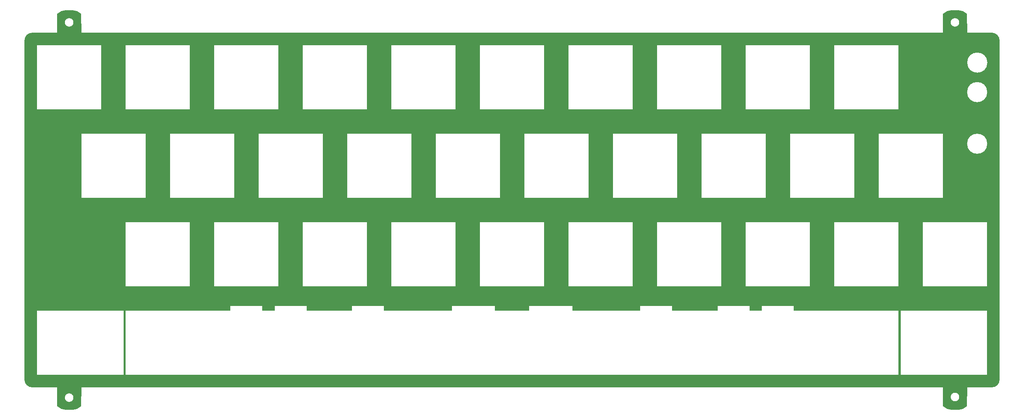
<source format=gbr>
%TF.GenerationSoftware,KiCad,Pcbnew,(6.0.7)*%
%TF.CreationDate,2023-01-01T22:38:36+01:00*%
%TF.ProjectId,Didaktik multilayout switchplate,44696461-6b74-4696-9b20-6d756c74696c,rev?*%
%TF.SameCoordinates,Original*%
%TF.FileFunction,Copper,L2,Bot*%
%TF.FilePolarity,Positive*%
%FSLAX46Y46*%
G04 Gerber Fmt 4.6, Leading zero omitted, Abs format (unit mm)*
G04 Created by KiCad (PCBNEW (6.0.7)) date 2023-01-01 22:38:36*
%MOMM*%
%LPD*%
G01*
G04 APERTURE LIST*
%TA.AperFunction,Profile*%
%ADD10C,0.200000*%
%TD*%
%TA.AperFunction,Profile*%
%ADD11C,0.150000*%
%TD*%
G04 APERTURE END LIST*
D10*
X238790000Y-105440000D02*
X238790000Y-91440000D01*
X125928000Y-105440000D02*
X129252500Y-105440000D01*
X76865000Y-53340000D02*
X62865000Y-53340000D01*
X148590000Y-72390000D02*
X148590000Y-86390000D01*
X110490000Y-72390000D02*
X110490000Y-86390000D01*
X224790000Y-86390000D02*
X238790000Y-86390000D01*
X34290000Y-91440000D02*
X34290000Y-105440000D01*
X129540000Y-105440000D02*
X130515000Y-105440000D01*
X191165000Y-105440000D02*
X196215000Y-105440000D01*
X229235645Y-107944387D02*
X43815000Y-107944387D01*
X229249132Y-112019616D02*
G75*
G03*
X231140645Y-112803103I1891468J1891416D01*
G01*
X41910645Y-112803103D02*
X40640645Y-112803103D01*
X110490000Y-91440000D02*
X109052000Y-91440000D01*
X92415000Y-90440000D02*
X85415000Y-90440000D01*
X200690000Y-48290000D02*
X200690000Y-34290000D01*
X238790000Y-91440000D02*
X234027500Y-91440000D01*
X205740000Y-86390000D02*
X219740000Y-86390000D01*
X196215000Y-67340000D02*
X210215000Y-67340000D01*
X177165000Y-53340000D02*
X177165000Y-67340000D01*
X33337500Y-31750000D02*
X38735000Y-31750000D01*
X72390000Y-105440000D02*
X75890000Y-105440000D01*
X124490000Y-48290000D02*
X124490000Y-34290000D01*
X172115000Y-105440000D02*
X177165000Y-105440000D01*
X129540000Y-72390000D02*
X129540000Y-86390000D01*
X171028000Y-91440000D02*
X171028000Y-90440000D01*
X82890000Y-105440000D02*
X85415000Y-105440000D01*
X190190000Y-91440000D02*
X187665000Y-91440000D01*
X95915000Y-67340000D02*
X95915000Y-53340000D01*
X148590000Y-48290000D02*
X162590000Y-48290000D01*
X181640000Y-34290000D02*
X167640000Y-34290000D01*
X114965000Y-91440000D02*
X110490000Y-91440000D01*
X53052500Y-91440000D02*
X48290000Y-91440000D01*
X172115000Y-91440000D02*
X171028000Y-91440000D01*
X62865000Y-53340000D02*
X62865000Y-67340000D01*
X134015000Y-91440000D02*
X132928000Y-91440000D01*
X186690000Y-86390000D02*
X200690000Y-86390000D01*
X229265000Y-67340000D02*
X229265000Y-53340000D01*
X86390000Y-105440000D02*
X91440000Y-105440000D01*
X43815000Y-53340000D02*
X43815000Y-67340000D01*
X162590000Y-91440000D02*
X158115000Y-91440000D01*
X177165000Y-105440000D02*
X180665000Y-105440000D01*
X124490000Y-34290000D02*
X110490000Y-34290000D01*
X162590000Y-105440000D02*
X164028000Y-105440000D01*
X41910645Y-112803093D02*
G75*
G03*
X43802156Y-112019614I55J2674893D01*
G01*
X187665000Y-90440000D02*
X180665000Y-90440000D01*
X148590000Y-34290000D02*
X148590000Y-48290000D01*
X43800850Y-27674789D02*
G75*
G03*
X41909355Y-26891284I-1891450J-1891311D01*
G01*
X120015000Y-105440000D02*
X123515000Y-105440000D01*
X186690000Y-72390000D02*
X186690000Y-86390000D01*
X91440000Y-34290000D02*
X91440000Y-48290000D01*
X172115000Y-67340000D02*
X172115000Y-53340000D01*
X241300000Y-33337500D02*
G75*
G03*
X239712500Y-31750000I-1587500J0D01*
G01*
X239712500Y-107952798D02*
G75*
G03*
X241300000Y-106362500I-2800J1590298D01*
G01*
X232410645Y-112803122D02*
G75*
G03*
X234302156Y-112019614I55J2674822D01*
G01*
X86390000Y-34290000D02*
X72390000Y-34290000D01*
X114965000Y-105440000D02*
X115252500Y-105440000D01*
X139065000Y-105440000D02*
X140152000Y-105440000D01*
X39052500Y-105440000D02*
X48290000Y-105440000D01*
X181640000Y-48290000D02*
X181640000Y-34290000D01*
X53052500Y-105440000D02*
X53052500Y-91440000D01*
X186690000Y-105440000D02*
X187665000Y-105440000D01*
X219740000Y-86390000D02*
X219740000Y-72390000D01*
X205740000Y-48290000D02*
X219740000Y-48290000D01*
X62865000Y-67340000D02*
X76865000Y-67340000D01*
X53340000Y-48290000D02*
X67340000Y-48290000D01*
X238822361Y-38112584D02*
G75*
G03*
X238822361Y-38112584I-2250000J0D01*
G01*
X164028000Y-105440000D02*
X167640000Y-105440000D01*
X40639355Y-26891284D02*
X41909355Y-26891284D01*
X140152000Y-90440000D02*
X140152000Y-91440000D01*
X38735000Y-107944387D02*
X33337500Y-107950000D01*
X238790000Y-86390000D02*
X238790000Y-72390000D01*
X38747844Y-27674773D02*
X38735000Y-31750000D01*
X67340000Y-105440000D02*
X72390000Y-105440000D01*
X91440000Y-86390000D02*
X105440000Y-86390000D01*
X95915000Y-53340000D02*
X81915000Y-53340000D01*
X34290000Y-48290000D02*
X48290000Y-48290000D01*
X43815000Y-67340000D02*
X57815000Y-67340000D01*
X220027500Y-91440000D02*
X220027500Y-105440000D01*
X177165000Y-91440000D02*
X172115000Y-91440000D01*
X125928000Y-90440000D02*
X123515000Y-90440000D01*
X187665000Y-91440000D02*
X187665000Y-90440000D01*
X43800866Y-27674773D02*
X43814355Y-31750000D01*
X162590000Y-34290000D02*
X148590000Y-34290000D01*
X197190000Y-91440000D02*
X197190000Y-90440000D01*
X53340000Y-91440000D02*
X53340000Y-105440000D01*
X130515000Y-90440000D02*
X125928000Y-90440000D01*
X124490000Y-86390000D02*
X124490000Y-72390000D01*
X109052000Y-91440000D02*
X109052000Y-90440000D01*
X180665000Y-105440000D02*
X181640000Y-105440000D01*
X153065000Y-67340000D02*
X153065000Y-53340000D01*
X43802156Y-112019614D02*
X43815000Y-107944387D01*
X115252500Y-91440000D02*
X114965000Y-91440000D01*
X167640000Y-48290000D02*
X181640000Y-48290000D01*
X210215000Y-91440000D02*
X205740000Y-91440000D01*
X67340000Y-72390000D02*
X53340000Y-72390000D01*
X153065000Y-105440000D02*
X157827500Y-105440000D01*
X120015000Y-91440000D02*
X115252500Y-91440000D01*
X229247844Y-27674773D02*
X229235000Y-31750000D01*
X224790000Y-72390000D02*
X224790000Y-86390000D01*
X219740000Y-105440000D02*
X219740000Y-91440000D01*
X110490000Y-34290000D02*
X110490000Y-48290000D01*
X149565000Y-91440000D02*
X149565000Y-90440000D01*
X95915000Y-91440000D02*
X92415000Y-91440000D01*
X140152000Y-105440000D02*
X142565000Y-105440000D01*
X92415000Y-91440000D02*
X92415000Y-90440000D01*
X186690000Y-34290000D02*
X186690000Y-48290000D01*
X110490000Y-86390000D02*
X124490000Y-86390000D01*
X81915000Y-67340000D02*
X95915000Y-67340000D01*
X102052000Y-105440000D02*
X105440000Y-105440000D01*
X197190000Y-105440000D02*
X200690000Y-105440000D01*
X105440000Y-34290000D02*
X91440000Y-34290000D01*
X234302156Y-112019614D02*
X234315000Y-107944387D01*
X124490000Y-105440000D02*
X125928000Y-105440000D01*
X140152000Y-91440000D02*
X139065000Y-91440000D01*
X180665000Y-91440000D02*
X177165000Y-91440000D01*
X191165000Y-67340000D02*
X191165000Y-53340000D01*
X162590000Y-86390000D02*
X162590000Y-72390000D01*
X53340000Y-34290000D02*
X53340000Y-48290000D01*
X48290000Y-48290000D02*
X48290000Y-34290000D01*
X229265000Y-53340000D02*
X215265000Y-53340000D01*
X167640000Y-34290000D02*
X167640000Y-48290000D01*
X229249134Y-112019614D02*
X229235645Y-107944387D01*
X180665000Y-90440000D02*
X180665000Y-91440000D01*
X39052500Y-91440000D02*
X34290000Y-91440000D01*
X219740000Y-48290000D02*
X219740000Y-34290000D01*
X72390000Y-48290000D02*
X86390000Y-48290000D01*
X167640000Y-72390000D02*
X167640000Y-86390000D01*
X200690000Y-34290000D02*
X186690000Y-34290000D01*
X149565000Y-90440000D02*
X147152000Y-90440000D01*
X62865000Y-105440000D02*
X67340000Y-105440000D01*
X234027500Y-105440000D02*
X238790000Y-105440000D01*
X72390000Y-72390000D02*
X72390000Y-86390000D01*
X197190000Y-90440000D02*
X190190000Y-90440000D01*
X33337500Y-31750000D02*
G75*
G03*
X31750000Y-33337500I0J-1587500D01*
G01*
X72390000Y-34290000D02*
X72390000Y-48290000D01*
X147152000Y-90440000D02*
X142565000Y-90440000D01*
X205740000Y-34290000D02*
X205740000Y-48290000D01*
X53340000Y-72390000D02*
X53340000Y-86390000D01*
X67340000Y-86390000D02*
X67340000Y-72390000D01*
X234315000Y-31750000D02*
X239712500Y-31750000D01*
X100965000Y-53340000D02*
X100965000Y-67340000D01*
X82890000Y-91440000D02*
X82890000Y-90440000D01*
X215265000Y-53340000D02*
X215265000Y-67340000D01*
X114965000Y-53340000D02*
X100965000Y-53340000D01*
X91440000Y-105440000D02*
X92415000Y-105440000D01*
X85415000Y-91440000D02*
X82890000Y-91440000D01*
X238790000Y-72390000D02*
X224790000Y-72390000D01*
X102052000Y-90440000D02*
X102052000Y-91440000D01*
X57815000Y-53340000D02*
X43815000Y-53340000D01*
X238799797Y-44462584D02*
G75*
G03*
X238799797Y-44462584I-2250000J0D01*
G01*
X134015000Y-53340000D02*
X120015000Y-53340000D01*
X85415000Y-90440000D02*
X85415000Y-91440000D01*
X129540000Y-34290000D02*
X129540000Y-48290000D01*
X86390000Y-48290000D02*
X86390000Y-34290000D01*
X190190000Y-105440000D02*
X191165000Y-105440000D01*
X190190000Y-90440000D02*
X190190000Y-91440000D01*
X187665000Y-105440000D02*
X190190000Y-105440000D01*
X149565000Y-105440000D02*
X153065000Y-105440000D01*
X143540000Y-72390000D02*
X129540000Y-72390000D01*
X167640000Y-105440000D02*
X171028000Y-105440000D01*
X205740000Y-91440000D02*
X200690000Y-91440000D01*
X130515000Y-105440000D02*
X132928000Y-105440000D01*
X53340000Y-86390000D02*
X67340000Y-86390000D01*
X167640000Y-86390000D02*
X181640000Y-86390000D01*
X72390000Y-86390000D02*
X86390000Y-86390000D01*
X105440000Y-72390000D02*
X91440000Y-72390000D01*
X210215000Y-105440000D02*
X219740000Y-105440000D01*
X143540000Y-105440000D02*
X143827500Y-105440000D01*
X232775000Y-110103387D02*
G75*
G03*
X232775000Y-110103387I-1000000J0D01*
G01*
X158115000Y-105440000D02*
X162590000Y-105440000D01*
X132928000Y-90440000D02*
X130515000Y-90440000D01*
X67340000Y-48290000D02*
X67340000Y-34290000D01*
X72390000Y-91440000D02*
X67340000Y-91440000D01*
X224790000Y-105440000D02*
X234027500Y-105440000D01*
X81915000Y-105440000D02*
X82890000Y-105440000D01*
X142565000Y-105440000D02*
X143540000Y-105440000D01*
X177165000Y-67340000D02*
X191165000Y-67340000D01*
X219740000Y-34290000D02*
X205740000Y-34290000D01*
X48290000Y-91440000D02*
X39052500Y-91440000D01*
X224790000Y-91440000D02*
X220027500Y-91440000D01*
X132928000Y-91440000D02*
X132928000Y-90440000D01*
X238802500Y-55577500D02*
G75*
G03*
X238802500Y-55577500I-2250000J0D01*
G01*
X132928000Y-105440000D02*
X134015000Y-105440000D01*
X38749134Y-112019614D02*
X38735000Y-107944387D01*
X143540000Y-48290000D02*
X143540000Y-34290000D01*
X164028000Y-91440000D02*
X162590000Y-91440000D01*
X172115000Y-53340000D02*
X158115000Y-53340000D01*
X186690000Y-48290000D02*
X200690000Y-48290000D01*
X124490000Y-72390000D02*
X110490000Y-72390000D01*
X196215000Y-53340000D02*
X196215000Y-67340000D01*
X143540000Y-86390000D02*
X143540000Y-72390000D01*
X162590000Y-72390000D02*
X148590000Y-72390000D01*
X157827500Y-105440000D02*
X158115000Y-105440000D01*
X164028000Y-90440000D02*
X164028000Y-91440000D01*
X200690000Y-72390000D02*
X186690000Y-72390000D01*
X148590000Y-105440000D02*
X149565000Y-105440000D01*
X57815000Y-67340000D02*
X57815000Y-53340000D01*
X109052000Y-105440000D02*
X110490000Y-105440000D01*
X143540000Y-34290000D02*
X129540000Y-34290000D01*
X91440000Y-48290000D02*
X105440000Y-48290000D01*
X102052000Y-91440000D02*
X100965000Y-91440000D01*
X143827500Y-105440000D02*
X147152000Y-105440000D01*
X171028000Y-90440000D02*
X164028000Y-90440000D01*
X105440000Y-105440000D02*
X109052000Y-105440000D01*
X31750000Y-106489500D02*
X31750000Y-33337500D01*
X129252500Y-105440000D02*
X129540000Y-105440000D01*
X231139355Y-26891298D02*
G75*
G03*
X229247844Y-27674773I-55J-2674902D01*
G01*
X82890000Y-90440000D02*
X75890000Y-90440000D01*
X75890000Y-90440000D02*
X75890000Y-91440000D01*
X234300866Y-27674773D02*
X234315000Y-31750000D01*
X139065000Y-91440000D02*
X134015000Y-91440000D01*
X205740000Y-105440000D02*
X210215000Y-105440000D01*
X181640000Y-105440000D02*
X186690000Y-105440000D01*
X147152000Y-105440000D02*
X148590000Y-105440000D01*
X34290000Y-34290000D02*
X34290000Y-48290000D01*
X162590000Y-48290000D02*
X162590000Y-34290000D01*
X100965000Y-67340000D02*
X114965000Y-67340000D01*
X81915000Y-53340000D02*
X81915000Y-67340000D01*
X200690000Y-105440000D02*
X205740000Y-105440000D01*
X109052000Y-90440000D02*
X102052000Y-90440000D01*
X158115000Y-91440000D02*
X157827500Y-91440000D01*
X153065000Y-91440000D02*
X149565000Y-91440000D01*
X215265000Y-67340000D02*
X229265000Y-67340000D01*
X158115000Y-67340000D02*
X172115000Y-67340000D01*
X76865000Y-105440000D02*
X81915000Y-105440000D01*
X234300850Y-27674789D02*
G75*
G03*
X232409355Y-26891284I-1891450J-1891311D01*
G01*
X210215000Y-67340000D02*
X210215000Y-53340000D01*
X85415000Y-105440000D02*
X86390000Y-105440000D01*
X76865000Y-67340000D02*
X76865000Y-53340000D01*
X134015000Y-105440000D02*
X139065000Y-105440000D01*
X34290000Y-105440000D02*
X39052500Y-105440000D01*
X110490000Y-105440000D02*
X114965000Y-105440000D01*
X129540000Y-48290000D02*
X143540000Y-48290000D01*
X153065000Y-53340000D02*
X139065000Y-53340000D01*
X142565000Y-90440000D02*
X140152000Y-90440000D01*
X100965000Y-91440000D02*
X95915000Y-91440000D01*
X129540000Y-86390000D02*
X143540000Y-86390000D01*
X48290000Y-34290000D02*
X34290000Y-34290000D01*
X86390000Y-72390000D02*
X72390000Y-72390000D01*
X234027500Y-91440000D02*
X224790000Y-91440000D01*
X171028000Y-105440000D02*
X172115000Y-105440000D01*
X100965000Y-105440000D02*
X102052000Y-105440000D01*
X158115000Y-53340000D02*
X158115000Y-67340000D01*
X120015000Y-67340000D02*
X134015000Y-67340000D01*
X181640000Y-86390000D02*
X181640000Y-72390000D01*
X115252500Y-105440000D02*
X120015000Y-105440000D01*
X67340000Y-34290000D02*
X53340000Y-34290000D01*
X105440000Y-48290000D02*
X105440000Y-34290000D01*
X232410645Y-112803103D02*
X231140645Y-112803103D01*
X220027500Y-105440000D02*
X224790000Y-105440000D01*
X239712500Y-107952807D02*
X234315000Y-107944387D01*
X219740000Y-72390000D02*
X205740000Y-72390000D01*
X53340000Y-105440000D02*
X62865000Y-105440000D01*
X42275000Y-29458387D02*
G75*
G03*
X42275000Y-29458387I-1000000J0D01*
G01*
X200690000Y-86390000D02*
X200690000Y-72390000D01*
X181640000Y-72390000D02*
X167640000Y-72390000D01*
X241300000Y-33337500D02*
X241300000Y-106362500D01*
X91440000Y-72390000D02*
X91440000Y-86390000D01*
X134015000Y-67340000D02*
X134015000Y-53340000D01*
X139065000Y-53340000D02*
X139065000Y-67340000D01*
X38749111Y-112019637D02*
G75*
G03*
X40640645Y-112803103I1891489J1891537D01*
G01*
X123515000Y-105440000D02*
X124490000Y-105440000D01*
X191165000Y-53340000D02*
X177165000Y-53340000D01*
X48290000Y-105440000D02*
X53052500Y-105440000D01*
X219740000Y-91440000D02*
X210215000Y-91440000D01*
X232775000Y-29458387D02*
G75*
G03*
X232775000Y-29458387I-1000000J0D01*
G01*
X205740000Y-72390000D02*
X205740000Y-86390000D01*
X231139355Y-26891284D02*
X232409355Y-26891284D01*
X95915000Y-105440000D02*
X100965000Y-105440000D01*
X67340000Y-91440000D02*
X62865000Y-91440000D01*
D11*
X31750020Y-106489498D02*
G75*
G03*
X33337500Y-107950000I1587480J132498D01*
G01*
D10*
X210215000Y-53340000D02*
X196215000Y-53340000D01*
X62865000Y-91440000D02*
X53340000Y-91440000D01*
X157827500Y-91440000D02*
X153065000Y-91440000D01*
X114965000Y-67340000D02*
X114965000Y-53340000D01*
X196215000Y-105440000D02*
X197190000Y-105440000D01*
X123515000Y-91440000D02*
X120015000Y-91440000D01*
X86390000Y-86390000D02*
X86390000Y-72390000D01*
X139065000Y-67340000D02*
X153065000Y-67340000D01*
X43814355Y-31750000D02*
X229235000Y-31750000D01*
X75890000Y-105440000D02*
X76865000Y-105440000D01*
X42275000Y-110236000D02*
G75*
G03*
X42275000Y-110236000I-1000000J0D01*
G01*
X123515000Y-90440000D02*
X123515000Y-91440000D01*
X148590000Y-86390000D02*
X162590000Y-86390000D01*
X105440000Y-86390000D02*
X105440000Y-72390000D01*
X120015000Y-53340000D02*
X120015000Y-67340000D01*
X75890000Y-91440000D02*
X72390000Y-91440000D01*
X92415000Y-105440000D02*
X95915000Y-105440000D01*
X110490000Y-48290000D02*
X124490000Y-48290000D01*
X200690000Y-91440000D02*
X197190000Y-91440000D01*
X40639355Y-26891298D02*
G75*
G03*
X38747844Y-27674773I-55J-2674902D01*
G01*
%TA.AperFunction,NonConductor*%
G36*
X41912877Y-26892482D02*
G01*
X42016196Y-26898283D01*
X42017170Y-26898342D01*
X42207338Y-26910792D01*
X42219411Y-26911582D01*
X42232285Y-26913093D01*
X42374239Y-26937211D01*
X42377715Y-26937852D01*
X42443893Y-26951015D01*
X42540948Y-26970320D01*
X42551220Y-26972817D01*
X42695385Y-27014350D01*
X42700931Y-27016089D01*
X42784391Y-27044421D01*
X42853440Y-27067861D01*
X42861156Y-27070766D01*
X43000931Y-27128664D01*
X43008442Y-27132067D01*
X43152831Y-27203274D01*
X43158052Y-27206002D01*
X43289327Y-27278559D01*
X43298380Y-27284072D01*
X43436752Y-27376533D01*
X43439663Y-27378538D01*
X43557103Y-27461871D01*
X43567269Y-27469901D01*
X43718313Y-27602372D01*
X43719194Y-27603152D01*
X43758016Y-27637847D01*
X43795480Y-27698154D01*
X43800053Y-27731378D01*
X43804483Y-29069648D01*
X43809000Y-30434083D01*
X43813355Y-31749803D01*
X43813273Y-31750000D01*
X43813356Y-31750200D01*
X43813356Y-31750201D01*
X43813384Y-31750268D01*
X43813590Y-31750765D01*
X43813593Y-31750766D01*
X43813593Y-31750767D01*
X43813827Y-31750863D01*
X43814157Y-31751000D01*
X43814160Y-31751000D01*
X43814359Y-31751082D01*
X43814555Y-31751000D01*
X229234801Y-31751000D01*
X229234997Y-31751082D01*
X229235196Y-31751000D01*
X229235198Y-31751000D01*
X229235401Y-31750916D01*
X229235763Y-31750767D01*
X229235765Y-31750765D01*
X229235952Y-31750313D01*
X229235999Y-31750201D01*
X229235999Y-31750200D01*
X229236082Y-31750000D01*
X229236000Y-31749803D01*
X229240055Y-30463537D01*
X229243267Y-29444343D01*
X230769255Y-29444343D01*
X230769263Y-29444439D01*
X230769765Y-29450418D01*
X230769765Y-29450421D01*
X230773087Y-29489975D01*
X230785682Y-29639961D01*
X230839791Y-29828663D01*
X230842610Y-29834148D01*
X230926704Y-29997778D01*
X230926707Y-29997783D01*
X230929522Y-30003260D01*
X231051457Y-30157104D01*
X231056150Y-30161098D01*
X231056151Y-30161099D01*
X231194350Y-30278715D01*
X231200952Y-30284334D01*
X231206330Y-30287340D01*
X231206332Y-30287341D01*
X231235875Y-30303852D01*
X231372312Y-30380104D01*
X231559010Y-30440766D01*
X231753935Y-30464009D01*
X231760070Y-30463537D01*
X231760072Y-30463537D01*
X231943521Y-30449422D01*
X231943525Y-30449421D01*
X231949663Y-30448949D01*
X231955595Y-30447293D01*
X231955599Y-30447292D01*
X232044200Y-30422554D01*
X232138738Y-30396158D01*
X232313958Y-30307648D01*
X232321353Y-30301871D01*
X232463788Y-30190588D01*
X232463789Y-30190587D01*
X232468649Y-30186790D01*
X232596919Y-30038187D01*
X232693883Y-29867500D01*
X232755847Y-29681230D01*
X232761836Y-29633819D01*
X232780009Y-29489975D01*
X232780010Y-29489965D01*
X232780451Y-29486472D01*
X232780843Y-29458387D01*
X232761687Y-29263018D01*
X232704948Y-29075090D01*
X232612788Y-28901762D01*
X232608898Y-28896992D01*
X232608895Y-28896988D01*
X232492606Y-28754404D01*
X232492604Y-28754402D01*
X232488717Y-28749636D01*
X232337460Y-28624505D01*
X232164780Y-28531137D01*
X231977253Y-28473088D01*
X231971131Y-28472445D01*
X231971128Y-28472444D01*
X231788151Y-28453213D01*
X231788149Y-28453213D01*
X231782022Y-28452569D01*
X231662685Y-28463429D01*
X231592665Y-28469801D01*
X231592664Y-28469801D01*
X231586524Y-28470360D01*
X231398205Y-28525786D01*
X231224237Y-28616733D01*
X231219439Y-28620590D01*
X231219437Y-28620592D01*
X231076049Y-28735880D01*
X231076045Y-28735884D01*
X231071249Y-28739740D01*
X231067290Y-28744458D01*
X231067289Y-28744459D01*
X231066235Y-28745715D01*
X230945065Y-28890119D01*
X230942102Y-28895508D01*
X230942099Y-28895513D01*
X230938664Y-28901762D01*
X230850494Y-29062143D01*
X230848633Y-29068010D01*
X230848632Y-29068012D01*
X230792999Y-29243390D01*
X230791137Y-29249260D01*
X230769255Y-29444343D01*
X229243267Y-29444343D01*
X229248666Y-27731363D01*
X229268882Y-27663305D01*
X229290705Y-27637809D01*
X229328045Y-27604440D01*
X229328923Y-27603663D01*
X229481504Y-27469840D01*
X229491673Y-27461808D01*
X229608805Y-27378698D01*
X229611716Y-27376693D01*
X229611956Y-27376533D01*
X229750417Y-27284016D01*
X229759471Y-27278503D01*
X229890481Y-27206097D01*
X229895701Y-27203369D01*
X230040381Y-27132021D01*
X230047892Y-27128618D01*
X230187440Y-27070817D01*
X230195157Y-27067912D01*
X230347919Y-27016058D01*
X230353539Y-27014296D01*
X230497376Y-26972859D01*
X230507676Y-26970356D01*
X230671315Y-26937808D01*
X230674792Y-26937167D01*
X230816362Y-26913116D01*
X230829226Y-26911606D01*
X231030689Y-26898405D01*
X231031865Y-26898333D01*
X231136075Y-26892482D01*
X231143138Y-26892284D01*
X232405815Y-26892284D01*
X232412877Y-26892482D01*
X232516196Y-26898283D01*
X232517170Y-26898342D01*
X232707338Y-26910792D01*
X232719411Y-26911582D01*
X232732285Y-26913093D01*
X232874239Y-26937211D01*
X232877715Y-26937852D01*
X232943893Y-26951015D01*
X233040948Y-26970320D01*
X233051220Y-26972817D01*
X233195385Y-27014350D01*
X233200931Y-27016089D01*
X233284391Y-27044421D01*
X233353440Y-27067861D01*
X233361156Y-27070766D01*
X233500931Y-27128664D01*
X233508442Y-27132067D01*
X233652831Y-27203274D01*
X233658052Y-27206002D01*
X233789327Y-27278559D01*
X233798380Y-27284072D01*
X233936752Y-27376533D01*
X233939663Y-27378538D01*
X234057103Y-27461871D01*
X234067269Y-27469901D01*
X234218313Y-27602372D01*
X234219194Y-27603152D01*
X234253678Y-27633970D01*
X234257974Y-27637809D01*
X234258025Y-27637855D01*
X234295489Y-27698162D01*
X234300062Y-27731364D01*
X234314000Y-31749803D01*
X234313918Y-31750000D01*
X234314001Y-31750200D01*
X234314001Y-31750202D01*
X234314069Y-31750364D01*
X234314235Y-31750765D01*
X234314237Y-31750766D01*
X234314238Y-31750768D01*
X234314625Y-31750927D01*
X234314802Y-31751000D01*
X234314804Y-31751000D01*
X234315004Y-31751082D01*
X234315200Y-31751000D01*
X239708000Y-31751000D01*
X239716989Y-31751321D01*
X239851237Y-31760923D01*
X239852133Y-31760990D01*
X239934231Y-31767451D01*
X239951129Y-31769943D01*
X240070846Y-31795986D01*
X240073477Y-31796587D01*
X240121668Y-31808156D01*
X240166837Y-31819001D01*
X240181454Y-31823464D01*
X240293750Y-31865349D01*
X240297934Y-31866995D01*
X240388984Y-31904708D01*
X240401153Y-31910530D01*
X240505443Y-31967477D01*
X240510892Y-31970631D01*
X240595730Y-32022620D01*
X240605405Y-32029185D01*
X240700150Y-32100111D01*
X240706470Y-32105167D01*
X240782415Y-32170029D01*
X240789680Y-32176746D01*
X240873254Y-32260320D01*
X240879971Y-32267585D01*
X240944833Y-32343530D01*
X240949889Y-32349850D01*
X241020815Y-32444595D01*
X241027380Y-32454270D01*
X241079369Y-32539108D01*
X241082523Y-32544557D01*
X241139470Y-32648847D01*
X241145292Y-32661016D01*
X241183005Y-32752066D01*
X241184651Y-32756250D01*
X241226536Y-32868546D01*
X241231000Y-32883165D01*
X241253413Y-32976523D01*
X241254014Y-32979154D01*
X241280057Y-33098871D01*
X241282549Y-33115769D01*
X241289010Y-33197867D01*
X241289077Y-33198763D01*
X241298679Y-33333011D01*
X241299000Y-33342000D01*
X241299000Y-106358001D01*
X241298680Y-106366980D01*
X241289895Y-106489953D01*
X241289014Y-106502281D01*
X241288947Y-106503173D01*
X241282571Y-106584311D01*
X241280085Y-106601193D01*
X241253916Y-106721630D01*
X241253315Y-106724259D01*
X241231060Y-106817065D01*
X241226612Y-106831655D01*
X241184577Y-106944495D01*
X241182957Y-106948614D01*
X241145394Y-107039412D01*
X241139596Y-107051547D01*
X241082500Y-107156250D01*
X241079366Y-107161670D01*
X241027548Y-107246344D01*
X241021004Y-107256003D01*
X240949913Y-107351112D01*
X240944896Y-107357394D01*
X240880216Y-107433246D01*
X240873523Y-107440498D01*
X240789749Y-107524420D01*
X240782498Y-107531135D01*
X240706791Y-107595922D01*
X240700481Y-107600980D01*
X240605514Y-107672225D01*
X240595860Y-107678792D01*
X240557016Y-107702657D01*
X240511244Y-107730779D01*
X240505844Y-107733913D01*
X240401269Y-107791178D01*
X240389142Y-107796999D01*
X240298414Y-107834720D01*
X240294237Y-107836370D01*
X240181543Y-107878578D01*
X240166969Y-107883051D01*
X240074047Y-107905507D01*
X240071525Y-107906087D01*
X240053154Y-107910113D01*
X239951151Y-107932464D01*
X239934279Y-107934979D01*
X239895802Y-107938072D01*
X239853567Y-107941467D01*
X239852892Y-107941519D01*
X239717071Y-107951463D01*
X239707685Y-107951799D01*
X237632490Y-107948562D01*
X234323109Y-107943400D01*
X234323107Y-107943400D01*
X234315200Y-107943388D01*
X234315003Y-107943305D01*
X234314237Y-107943620D01*
X234314237Y-107943621D01*
X234314236Y-107943621D01*
X234313918Y-107944385D01*
X234314000Y-107944583D01*
X234303655Y-111226562D01*
X234301334Y-111963027D01*
X234281118Y-112031085D01*
X234259297Y-112056578D01*
X234247196Y-112067393D01*
X234222747Y-112089243D01*
X234221862Y-112090026D01*
X234119413Y-112179869D01*
X234068256Y-112224730D01*
X234058105Y-112232748D01*
X234057952Y-112232857D01*
X233942168Y-112315014D01*
X233939257Y-112317019D01*
X233799244Y-112410577D01*
X233790190Y-112416090D01*
X233660140Y-112487969D01*
X233654920Y-112490697D01*
X233509158Y-112562581D01*
X233501647Y-112565984D01*
X233363029Y-112623403D01*
X233355312Y-112626308D01*
X233307424Y-112642564D01*
X233201403Y-112678554D01*
X233195826Y-112680303D01*
X233052999Y-112721451D01*
X233042708Y-112723952D01*
X232877515Y-112756810D01*
X232874077Y-112757444D01*
X232733953Y-112781250D01*
X232721091Y-112782760D01*
X232687656Y-112784951D01*
X232515796Y-112796212D01*
X232514621Y-112796284D01*
X232421238Y-112801527D01*
X232414511Y-112801905D01*
X232407448Y-112802103D01*
X231144184Y-112802103D01*
X231137124Y-112801905D01*
X231034663Y-112796153D01*
X231033638Y-112796090D01*
X230942721Y-112790132D01*
X230830357Y-112782767D01*
X230817494Y-112781257D01*
X230676648Y-112757328D01*
X230673172Y-112756687D01*
X230508781Y-112723989D01*
X230498481Y-112721486D01*
X230410250Y-112696068D01*
X230355148Y-112680194D01*
X230349544Y-112678437D01*
X230196213Y-112626388D01*
X230188496Y-112623484D01*
X230049419Y-112565877D01*
X230041922Y-112562480D01*
X229896671Y-112490850D01*
X229891454Y-112488124D01*
X229760931Y-112415986D01*
X229751878Y-112410473D01*
X229751758Y-112410393D01*
X229612461Y-112317316D01*
X229609620Y-112315360D01*
X229493088Y-112232675D01*
X229482923Y-112224646D01*
X229329633Y-112090211D01*
X229328751Y-112089430D01*
X229291985Y-112056573D01*
X229254520Y-111996266D01*
X229249947Y-111963040D01*
X229247558Y-111241150D01*
X229243745Y-110089343D01*
X230769255Y-110089343D01*
X230769263Y-110089439D01*
X230769765Y-110095418D01*
X230769765Y-110095421D01*
X230781570Y-110236000D01*
X230785682Y-110284961D01*
X230787381Y-110290886D01*
X230835107Y-110457327D01*
X230839791Y-110473663D01*
X230842610Y-110479148D01*
X230926704Y-110642778D01*
X230926707Y-110642783D01*
X230929522Y-110648260D01*
X231051457Y-110802104D01*
X231056150Y-110806098D01*
X231056151Y-110806099D01*
X231194350Y-110923715D01*
X231200952Y-110929334D01*
X231206330Y-110932340D01*
X231206332Y-110932341D01*
X231255352Y-110959737D01*
X231372312Y-111025104D01*
X231559010Y-111085766D01*
X231753935Y-111109009D01*
X231760070Y-111108537D01*
X231760072Y-111108537D01*
X231943521Y-111094422D01*
X231943525Y-111094421D01*
X231949663Y-111093949D01*
X231955595Y-111092293D01*
X231955599Y-111092292D01*
X232053511Y-111064954D01*
X232138738Y-111041158D01*
X232313958Y-110952648D01*
X232321353Y-110946871D01*
X232463788Y-110835588D01*
X232463789Y-110835587D01*
X232468649Y-110831790D01*
X232596919Y-110683187D01*
X232615502Y-110650476D01*
X232690836Y-110517863D01*
X232693883Y-110512500D01*
X232755847Y-110326230D01*
X232769791Y-110215856D01*
X232780009Y-110134975D01*
X232780010Y-110134965D01*
X232780451Y-110131472D01*
X232780843Y-110103387D01*
X232761687Y-109908018D01*
X232704948Y-109720090D01*
X232612788Y-109546762D01*
X232608898Y-109541992D01*
X232608895Y-109541988D01*
X232492606Y-109399404D01*
X232492604Y-109399402D01*
X232488717Y-109394636D01*
X232337460Y-109269505D01*
X232164780Y-109176137D01*
X231977253Y-109118088D01*
X231971131Y-109117445D01*
X231971128Y-109117444D01*
X231788151Y-109098213D01*
X231788149Y-109098213D01*
X231782022Y-109097569D01*
X231662685Y-109108429D01*
X231592665Y-109114801D01*
X231592664Y-109114801D01*
X231586524Y-109115360D01*
X231398205Y-109170786D01*
X231224237Y-109261733D01*
X231219439Y-109265590D01*
X231219437Y-109265592D01*
X231076049Y-109380880D01*
X231076045Y-109380884D01*
X231071249Y-109384740D01*
X231067290Y-109389458D01*
X231067289Y-109389459D01*
X230956013Y-109522072D01*
X230945065Y-109535119D01*
X230942102Y-109540508D01*
X230942099Y-109540513D01*
X230872160Y-109667732D01*
X230850494Y-109707143D01*
X230848633Y-109713010D01*
X230848632Y-109713012D01*
X230810138Y-109834361D01*
X230791137Y-109894260D01*
X230769255Y-110089343D01*
X229243745Y-110089343D01*
X229243588Y-110041960D01*
X229236671Y-107952355D01*
X229236671Y-107952353D01*
X229236645Y-107944584D01*
X229236727Y-107944387D01*
X229236410Y-107943622D01*
X229236408Y-107943621D01*
X229236407Y-107943619D01*
X229236020Y-107943460D01*
X229235843Y-107943387D01*
X229235841Y-107943387D01*
X229235641Y-107943305D01*
X229235445Y-107943387D01*
X43815199Y-107943387D01*
X43815003Y-107943305D01*
X43814804Y-107943387D01*
X43814802Y-107943387D01*
X43814599Y-107943471D01*
X43814237Y-107943620D01*
X43814235Y-107943622D01*
X43813918Y-107944387D01*
X43814000Y-107944584D01*
X43803655Y-111226562D01*
X43801334Y-111963025D01*
X43781118Y-112031083D01*
X43759296Y-112056578D01*
X43722536Y-112089430D01*
X43722087Y-112089831D01*
X43721207Y-112090610D01*
X43568464Y-112224572D01*
X43558296Y-112232603D01*
X43441315Y-112315606D01*
X43438423Y-112317598D01*
X43328164Y-112391271D01*
X43299546Y-112410393D01*
X43290493Y-112415906D01*
X43159588Y-112488255D01*
X43154367Y-112490983D01*
X43009569Y-112562389D01*
X43002060Y-112565792D01*
X42862594Y-112623559D01*
X42854912Y-112626451D01*
X42702001Y-112678356D01*
X42696397Y-112680113D01*
X42552668Y-112721519D01*
X42542368Y-112724022D01*
X42378548Y-112756606D01*
X42375072Y-112757247D01*
X42233676Y-112781269D01*
X42220811Y-112782779D01*
X42197816Y-112784286D01*
X42018814Y-112796015D01*
X42017822Y-112796076D01*
X41913987Y-112801905D01*
X41906925Y-112802103D01*
X40644184Y-112802103D01*
X40637122Y-112801905D01*
X40535529Y-112796201D01*
X40534695Y-112796151D01*
X40357482Y-112784522D01*
X40330093Y-112782725D01*
X40317240Y-112781215D01*
X40177657Y-112757501D01*
X40174197Y-112756863D01*
X40173911Y-112756806D01*
X40104049Y-112742911D01*
X40008439Y-112723894D01*
X39998139Y-112721391D01*
X39855759Y-112680374D01*
X39850140Y-112678612D01*
X39695803Y-112626225D01*
X39688086Y-112623321D01*
X39549813Y-112566049D01*
X39542302Y-112562645D01*
X39396119Y-112490557D01*
X39390900Y-112487830D01*
X39261237Y-112416171D01*
X39252183Y-112410659D01*
X39233826Y-112398394D01*
X39111580Y-112316714D01*
X39108744Y-112314761D01*
X38993300Y-112232851D01*
X38983141Y-112224827D01*
X38827170Y-112088046D01*
X38826291Y-112087268D01*
X38804259Y-112067581D01*
X38791980Y-112056608D01*
X38754513Y-111996304D01*
X38749938Y-111963092D01*
X38747384Y-111226562D01*
X38743899Y-110221956D01*
X40269255Y-110221956D01*
X40269263Y-110222052D01*
X40269765Y-110228031D01*
X40269765Y-110228034D01*
X40275043Y-110290886D01*
X40285682Y-110417574D01*
X40287381Y-110423499D01*
X40301043Y-110471143D01*
X40339791Y-110606276D01*
X40342610Y-110611761D01*
X40426704Y-110775391D01*
X40426707Y-110775396D01*
X40429522Y-110780873D01*
X40551457Y-110934717D01*
X40556150Y-110938711D01*
X40556151Y-110938712D01*
X40694350Y-111056328D01*
X40700952Y-111061947D01*
X40706330Y-111064953D01*
X40706332Y-111064954D01*
X40735875Y-111081465D01*
X40872312Y-111157717D01*
X41059010Y-111218379D01*
X41253935Y-111241622D01*
X41260070Y-111241150D01*
X41260072Y-111241150D01*
X41443521Y-111227035D01*
X41443525Y-111227034D01*
X41449663Y-111226562D01*
X41455595Y-111224906D01*
X41455599Y-111224905D01*
X41544201Y-111200166D01*
X41638738Y-111173771D01*
X41813958Y-111085261D01*
X41821353Y-111079484D01*
X41963788Y-110968201D01*
X41963789Y-110968200D01*
X41968649Y-110964403D01*
X42083117Y-110831790D01*
X42092895Y-110820462D01*
X42092895Y-110820461D01*
X42096919Y-110815800D01*
X42104700Y-110802104D01*
X42133438Y-110751516D01*
X42193883Y-110645113D01*
X42255847Y-110458843D01*
X42272792Y-110324714D01*
X42280009Y-110267588D01*
X42280010Y-110267578D01*
X42280451Y-110264085D01*
X42280843Y-110236000D01*
X42261687Y-110040631D01*
X42204948Y-109852703D01*
X42128986Y-109709839D01*
X42115682Y-109684817D01*
X42115680Y-109684814D01*
X42112788Y-109679375D01*
X42108898Y-109674605D01*
X42108895Y-109674601D01*
X41992606Y-109532017D01*
X41992604Y-109532015D01*
X41988717Y-109527249D01*
X41837460Y-109402118D01*
X41664780Y-109308750D01*
X41477253Y-109250701D01*
X41471131Y-109250058D01*
X41471128Y-109250057D01*
X41288151Y-109230826D01*
X41288149Y-109230826D01*
X41282022Y-109230182D01*
X41162685Y-109241042D01*
X41092665Y-109247414D01*
X41092664Y-109247414D01*
X41086524Y-109247973D01*
X40898205Y-109303399D01*
X40724237Y-109394346D01*
X40719439Y-109398203D01*
X40719437Y-109398205D01*
X40576049Y-109513493D01*
X40576045Y-109513497D01*
X40571249Y-109517353D01*
X40567290Y-109522071D01*
X40567289Y-109522072D01*
X40543394Y-109550549D01*
X40445065Y-109667732D01*
X40442102Y-109673121D01*
X40442099Y-109673126D01*
X40416281Y-109720090D01*
X40350494Y-109839756D01*
X40348633Y-109845623D01*
X40348632Y-109845625D01*
X40292999Y-110021003D01*
X40291137Y-110026873D01*
X40269255Y-110221956D01*
X38743899Y-110221956D01*
X38736000Y-107944584D01*
X38736082Y-107944386D01*
X38735764Y-107943621D01*
X38735762Y-107943619D01*
X38735339Y-107943446D01*
X38735197Y-107943387D01*
X38735196Y-107943387D01*
X38734996Y-107943305D01*
X38734799Y-107943387D01*
X36862122Y-107945335D01*
X33342253Y-107948995D01*
X33332760Y-107948647D01*
X33282775Y-107944923D01*
X33216526Y-107939986D01*
X33215737Y-107939924D01*
X33103849Y-107930665D01*
X33086359Y-107927970D01*
X32969154Y-107901375D01*
X32966117Y-107900647D01*
X32900798Y-107884113D01*
X32859861Y-107873751D01*
X32845006Y-107868993D01*
X32761363Y-107836370D01*
X32732835Y-107825243D01*
X32728028Y-107823252D01*
X32627916Y-107779360D01*
X32615841Y-107773274D01*
X32511322Y-107713343D01*
X32505112Y-107709539D01*
X32413679Y-107649833D01*
X32404386Y-107643144D01*
X32351099Y-107600980D01*
X32309895Y-107568377D01*
X32302786Y-107562308D01*
X32222423Y-107488373D01*
X32215780Y-107481788D01*
X32133433Y-107393864D01*
X32125994Y-107385160D01*
X32058872Y-107298987D01*
X32054562Y-107293111D01*
X32004733Y-107220884D01*
X31986164Y-107193967D01*
X31979093Y-107182439D01*
X31927018Y-107086310D01*
X31924634Y-107081684D01*
X31871711Y-106973552D01*
X31865730Y-106959133D01*
X31830102Y-106855518D01*
X31829123Y-106852553D01*
X31792857Y-106737920D01*
X31788719Y-106720723D01*
X31770396Y-106611301D01*
X31770229Y-106610274D01*
X31752563Y-106499147D01*
X31751000Y-106479365D01*
X31751000Y-105440000D01*
X34288918Y-105440000D01*
X34289000Y-105440198D01*
X34289235Y-105440765D01*
X34290000Y-105441082D01*
X34290198Y-105441000D01*
X53052302Y-105441000D01*
X53052500Y-105441082D01*
X53053265Y-105440765D01*
X53053500Y-105440198D01*
X53053582Y-105440000D01*
X53338918Y-105440000D01*
X53339000Y-105440198D01*
X53339235Y-105440765D01*
X53340000Y-105441082D01*
X53340198Y-105441000D01*
X219739802Y-105441000D01*
X219740000Y-105441082D01*
X219740765Y-105440765D01*
X219741000Y-105440198D01*
X219741082Y-105440000D01*
X220026418Y-105440000D01*
X220026500Y-105440198D01*
X220026735Y-105440765D01*
X220027500Y-105441082D01*
X220027698Y-105441000D01*
X238789802Y-105441000D01*
X238790000Y-105441082D01*
X238790765Y-105440765D01*
X238791000Y-105440198D01*
X238791082Y-105440000D01*
X238791000Y-105439802D01*
X238791000Y-91440198D01*
X238791082Y-91440000D01*
X238790765Y-91439235D01*
X238790198Y-91439000D01*
X238790000Y-91438918D01*
X238789802Y-91439000D01*
X220027698Y-91439000D01*
X220027500Y-91438918D01*
X220027302Y-91439000D01*
X220026735Y-91439235D01*
X220026418Y-91440000D01*
X220026500Y-91440198D01*
X220026500Y-105439802D01*
X220026418Y-105440000D01*
X219741082Y-105440000D01*
X219741000Y-105439802D01*
X219741000Y-91440198D01*
X219741082Y-91440000D01*
X219740765Y-91439235D01*
X219740198Y-91439000D01*
X219740000Y-91438918D01*
X219739802Y-91439000D01*
X197317000Y-91439000D01*
X197248879Y-91418998D01*
X197202386Y-91365342D01*
X197191000Y-91313000D01*
X197191000Y-90440198D01*
X197191082Y-90440000D01*
X197190765Y-90439235D01*
X197190198Y-90439000D01*
X197190000Y-90438918D01*
X197189802Y-90439000D01*
X190190198Y-90439000D01*
X190190000Y-90438918D01*
X190189802Y-90439000D01*
X190189235Y-90439235D01*
X190188918Y-90440000D01*
X190189000Y-90440198D01*
X190189000Y-91313000D01*
X190168998Y-91381121D01*
X190115342Y-91427614D01*
X190063000Y-91439000D01*
X187792000Y-91439000D01*
X187723879Y-91418998D01*
X187677386Y-91365342D01*
X187666000Y-91313000D01*
X187666000Y-90440198D01*
X187666082Y-90440000D01*
X187665765Y-90439235D01*
X187665198Y-90439000D01*
X187665000Y-90438918D01*
X187664802Y-90439000D01*
X180665198Y-90439000D01*
X180665000Y-90438918D01*
X180664802Y-90439000D01*
X180664235Y-90439235D01*
X180663918Y-90440000D01*
X180664000Y-90440198D01*
X180664000Y-91313000D01*
X180643998Y-91381121D01*
X180590342Y-91427614D01*
X180538000Y-91439000D01*
X171155000Y-91439000D01*
X171086879Y-91418998D01*
X171040386Y-91365342D01*
X171029000Y-91313000D01*
X171029000Y-90440198D01*
X171029082Y-90440000D01*
X171028765Y-90439235D01*
X171028198Y-90439000D01*
X171028000Y-90438918D01*
X171027802Y-90439000D01*
X164028198Y-90439000D01*
X164028000Y-90438918D01*
X164027802Y-90439000D01*
X164027235Y-90439235D01*
X164026918Y-90440000D01*
X164027000Y-90440198D01*
X164027000Y-91313000D01*
X164006998Y-91381121D01*
X163953342Y-91427614D01*
X163901000Y-91439000D01*
X149692000Y-91439000D01*
X149623879Y-91418998D01*
X149577386Y-91365342D01*
X149566000Y-91313000D01*
X149566000Y-90440198D01*
X149566082Y-90440000D01*
X149565765Y-90439235D01*
X149565198Y-90439000D01*
X149565000Y-90438918D01*
X149564802Y-90439000D01*
X140152198Y-90439000D01*
X140152000Y-90438918D01*
X140151802Y-90439000D01*
X140151235Y-90439235D01*
X140150918Y-90440000D01*
X140151000Y-90440198D01*
X140151000Y-91313000D01*
X140130998Y-91381121D01*
X140077342Y-91427614D01*
X140025000Y-91439000D01*
X133055000Y-91439000D01*
X132986879Y-91418998D01*
X132940386Y-91365342D01*
X132929000Y-91313000D01*
X132929000Y-90440198D01*
X132929082Y-90440000D01*
X132928765Y-90439235D01*
X132928198Y-90439000D01*
X132928000Y-90438918D01*
X132927802Y-90439000D01*
X123515198Y-90439000D01*
X123515000Y-90438918D01*
X123514802Y-90439000D01*
X123514235Y-90439235D01*
X123513918Y-90440000D01*
X123514000Y-90440198D01*
X123514000Y-91313000D01*
X123493998Y-91381121D01*
X123440342Y-91427614D01*
X123388000Y-91439000D01*
X109179000Y-91439000D01*
X109110879Y-91418998D01*
X109064386Y-91365342D01*
X109053000Y-91313000D01*
X109053000Y-90440198D01*
X109053082Y-90440000D01*
X109052765Y-90439235D01*
X109052198Y-90439000D01*
X109052000Y-90438918D01*
X109051802Y-90439000D01*
X102052198Y-90439000D01*
X102052000Y-90438918D01*
X102051802Y-90439000D01*
X102051235Y-90439235D01*
X102050918Y-90440000D01*
X102051000Y-90440198D01*
X102051000Y-91313000D01*
X102030998Y-91381121D01*
X101977342Y-91427614D01*
X101925000Y-91439000D01*
X92542000Y-91439000D01*
X92473879Y-91418998D01*
X92427386Y-91365342D01*
X92416000Y-91313000D01*
X92416000Y-90440198D01*
X92416082Y-90440000D01*
X92415765Y-90439235D01*
X92415198Y-90439000D01*
X92415000Y-90438918D01*
X92414802Y-90439000D01*
X85415198Y-90439000D01*
X85415000Y-90438918D01*
X85414802Y-90439000D01*
X85414235Y-90439235D01*
X85413918Y-90440000D01*
X85414000Y-90440198D01*
X85414000Y-91313000D01*
X85393998Y-91381121D01*
X85340342Y-91427614D01*
X85288000Y-91439000D01*
X83017000Y-91439000D01*
X82948879Y-91418998D01*
X82902386Y-91365342D01*
X82891000Y-91313000D01*
X82891000Y-90440198D01*
X82891082Y-90440000D01*
X82890765Y-90439235D01*
X82890198Y-90439000D01*
X82890000Y-90438918D01*
X82889802Y-90439000D01*
X75890198Y-90439000D01*
X75890000Y-90438918D01*
X75889802Y-90439000D01*
X75889235Y-90439235D01*
X75888918Y-90440000D01*
X75889000Y-90440198D01*
X75889000Y-91313000D01*
X75868998Y-91381121D01*
X75815342Y-91427614D01*
X75763000Y-91439000D01*
X53340198Y-91439000D01*
X53340000Y-91438918D01*
X53339802Y-91439000D01*
X53339235Y-91439235D01*
X53338918Y-91440000D01*
X53339000Y-91440198D01*
X53339000Y-105439802D01*
X53338918Y-105440000D01*
X53053582Y-105440000D01*
X53053500Y-105439802D01*
X53053500Y-91440198D01*
X53053582Y-91440000D01*
X53053265Y-91439235D01*
X53052698Y-91439000D01*
X53052500Y-91438918D01*
X53052302Y-91439000D01*
X34290198Y-91439000D01*
X34290000Y-91438918D01*
X34289802Y-91439000D01*
X34289235Y-91439235D01*
X34288918Y-91440000D01*
X34289000Y-91440198D01*
X34289000Y-105439802D01*
X34288918Y-105440000D01*
X31751000Y-105440000D01*
X31751000Y-86390000D01*
X53338918Y-86390000D01*
X53339000Y-86390198D01*
X53339235Y-86390765D01*
X53340000Y-86391082D01*
X53340198Y-86391000D01*
X67339802Y-86391000D01*
X67340000Y-86391082D01*
X67340765Y-86390765D01*
X67341000Y-86390198D01*
X67341082Y-86390000D01*
X72388918Y-86390000D01*
X72389000Y-86390198D01*
X72389235Y-86390765D01*
X72390000Y-86391082D01*
X72390198Y-86391000D01*
X86389802Y-86391000D01*
X86390000Y-86391082D01*
X86390765Y-86390765D01*
X86391000Y-86390198D01*
X86391082Y-86390000D01*
X91438918Y-86390000D01*
X91439000Y-86390198D01*
X91439235Y-86390765D01*
X91440000Y-86391082D01*
X91440198Y-86391000D01*
X105439802Y-86391000D01*
X105440000Y-86391082D01*
X105440765Y-86390765D01*
X105441000Y-86390198D01*
X105441082Y-86390000D01*
X110488918Y-86390000D01*
X110489000Y-86390198D01*
X110489235Y-86390765D01*
X110490000Y-86391082D01*
X110490198Y-86391000D01*
X124489802Y-86391000D01*
X124490000Y-86391082D01*
X124490765Y-86390765D01*
X124491000Y-86390198D01*
X124491082Y-86390000D01*
X129538918Y-86390000D01*
X129539000Y-86390198D01*
X129539235Y-86390765D01*
X129540000Y-86391082D01*
X129540198Y-86391000D01*
X143539802Y-86391000D01*
X143540000Y-86391082D01*
X143540765Y-86390765D01*
X143541000Y-86390198D01*
X143541082Y-86390000D01*
X148588918Y-86390000D01*
X148589000Y-86390198D01*
X148589235Y-86390765D01*
X148590000Y-86391082D01*
X148590198Y-86391000D01*
X162589802Y-86391000D01*
X162590000Y-86391082D01*
X162590765Y-86390765D01*
X162591000Y-86390198D01*
X162591082Y-86390000D01*
X167638918Y-86390000D01*
X167639000Y-86390198D01*
X167639235Y-86390765D01*
X167640000Y-86391082D01*
X167640198Y-86391000D01*
X181639802Y-86391000D01*
X181640000Y-86391082D01*
X181640765Y-86390765D01*
X181641000Y-86390198D01*
X181641082Y-86390000D01*
X186688918Y-86390000D01*
X186689000Y-86390198D01*
X186689235Y-86390765D01*
X186690000Y-86391082D01*
X186690198Y-86391000D01*
X200689802Y-86391000D01*
X200690000Y-86391082D01*
X200690765Y-86390765D01*
X200691000Y-86390198D01*
X200691082Y-86390000D01*
X205738918Y-86390000D01*
X205739000Y-86390198D01*
X205739235Y-86390765D01*
X205740000Y-86391082D01*
X205740198Y-86391000D01*
X219739802Y-86391000D01*
X219740000Y-86391082D01*
X219740765Y-86390765D01*
X219741000Y-86390198D01*
X219741082Y-86390000D01*
X224788918Y-86390000D01*
X224789000Y-86390198D01*
X224789235Y-86390765D01*
X224790000Y-86391082D01*
X224790198Y-86391000D01*
X238789802Y-86391000D01*
X238790000Y-86391082D01*
X238790765Y-86390765D01*
X238791000Y-86390198D01*
X238791082Y-86390000D01*
X238791000Y-86389802D01*
X238791000Y-72390198D01*
X238791082Y-72390000D01*
X238790765Y-72389235D01*
X238790198Y-72389000D01*
X238790000Y-72388918D01*
X238789802Y-72389000D01*
X224790198Y-72389000D01*
X224790000Y-72388918D01*
X224789802Y-72389000D01*
X224789235Y-72389235D01*
X224788918Y-72390000D01*
X224789000Y-72390198D01*
X224789000Y-86389802D01*
X224788918Y-86390000D01*
X219741082Y-86390000D01*
X219741000Y-86389802D01*
X219741000Y-72390198D01*
X219741082Y-72390000D01*
X219740765Y-72389235D01*
X219740198Y-72389000D01*
X219740000Y-72388918D01*
X219739802Y-72389000D01*
X205740198Y-72389000D01*
X205740000Y-72388918D01*
X205739802Y-72389000D01*
X205739235Y-72389235D01*
X205738918Y-72390000D01*
X205739000Y-72390198D01*
X205739000Y-86389802D01*
X205738918Y-86390000D01*
X200691082Y-86390000D01*
X200691000Y-86389802D01*
X200691000Y-72390198D01*
X200691082Y-72390000D01*
X200690765Y-72389235D01*
X200690198Y-72389000D01*
X200690000Y-72388918D01*
X200689802Y-72389000D01*
X186690198Y-72389000D01*
X186690000Y-72388918D01*
X186689802Y-72389000D01*
X186689235Y-72389235D01*
X186688918Y-72390000D01*
X186689000Y-72390198D01*
X186689000Y-86389802D01*
X186688918Y-86390000D01*
X181641082Y-86390000D01*
X181641000Y-86389802D01*
X181641000Y-72390198D01*
X181641082Y-72390000D01*
X181640765Y-72389235D01*
X181640198Y-72389000D01*
X181640000Y-72388918D01*
X181639802Y-72389000D01*
X167640198Y-72389000D01*
X167640000Y-72388918D01*
X167639802Y-72389000D01*
X167639235Y-72389235D01*
X167638918Y-72390000D01*
X167639000Y-72390198D01*
X167639000Y-86389802D01*
X167638918Y-86390000D01*
X162591082Y-86390000D01*
X162591000Y-86389802D01*
X162591000Y-72390198D01*
X162591082Y-72390000D01*
X162590765Y-72389235D01*
X162590198Y-72389000D01*
X162590000Y-72388918D01*
X162589802Y-72389000D01*
X148590198Y-72389000D01*
X148590000Y-72388918D01*
X148589802Y-72389000D01*
X148589235Y-72389235D01*
X148588918Y-72390000D01*
X148589000Y-72390198D01*
X148589000Y-86389802D01*
X148588918Y-86390000D01*
X143541082Y-86390000D01*
X143541000Y-86389802D01*
X143541000Y-72390198D01*
X143541082Y-72390000D01*
X143540765Y-72389235D01*
X143540198Y-72389000D01*
X143540000Y-72388918D01*
X143539802Y-72389000D01*
X129540198Y-72389000D01*
X129540000Y-72388918D01*
X129539802Y-72389000D01*
X129539235Y-72389235D01*
X129538918Y-72390000D01*
X129539000Y-72390198D01*
X129539000Y-86389802D01*
X129538918Y-86390000D01*
X124491082Y-86390000D01*
X124491000Y-86389802D01*
X124491000Y-72390198D01*
X124491082Y-72390000D01*
X124490765Y-72389235D01*
X124490198Y-72389000D01*
X124490000Y-72388918D01*
X124489802Y-72389000D01*
X110490198Y-72389000D01*
X110490000Y-72388918D01*
X110489802Y-72389000D01*
X110489235Y-72389235D01*
X110488918Y-72390000D01*
X110489000Y-72390198D01*
X110489000Y-86389802D01*
X110488918Y-86390000D01*
X105441082Y-86390000D01*
X105441000Y-86389802D01*
X105441000Y-72390198D01*
X105441082Y-72390000D01*
X105440765Y-72389235D01*
X105440198Y-72389000D01*
X105440000Y-72388918D01*
X105439802Y-72389000D01*
X91440198Y-72389000D01*
X91440000Y-72388918D01*
X91439802Y-72389000D01*
X91439235Y-72389235D01*
X91438918Y-72390000D01*
X91439000Y-72390198D01*
X91439000Y-86389802D01*
X91438918Y-86390000D01*
X86391082Y-86390000D01*
X86391000Y-86389802D01*
X86391000Y-72390198D01*
X86391082Y-72390000D01*
X86390765Y-72389235D01*
X86390198Y-72389000D01*
X86390000Y-72388918D01*
X86389802Y-72389000D01*
X72390198Y-72389000D01*
X72390000Y-72388918D01*
X72389802Y-72389000D01*
X72389235Y-72389235D01*
X72388918Y-72390000D01*
X72389000Y-72390198D01*
X72389000Y-86389802D01*
X72388918Y-86390000D01*
X67341082Y-86390000D01*
X67341000Y-86389802D01*
X67341000Y-72390198D01*
X67341082Y-72390000D01*
X67340765Y-72389235D01*
X67340198Y-72389000D01*
X67340000Y-72388918D01*
X67339802Y-72389000D01*
X53340198Y-72389000D01*
X53340000Y-72388918D01*
X53339802Y-72389000D01*
X53339235Y-72389235D01*
X53338918Y-72390000D01*
X53339000Y-72390198D01*
X53339000Y-86389802D01*
X53338918Y-86390000D01*
X31751000Y-86390000D01*
X31751000Y-67340000D01*
X43813918Y-67340000D01*
X43814000Y-67340198D01*
X43814235Y-67340765D01*
X43815000Y-67341082D01*
X43815198Y-67341000D01*
X57814802Y-67341000D01*
X57815000Y-67341082D01*
X57815765Y-67340765D01*
X57816000Y-67340198D01*
X57816082Y-67340000D01*
X62863918Y-67340000D01*
X62864000Y-67340198D01*
X62864235Y-67340765D01*
X62865000Y-67341082D01*
X62865198Y-67341000D01*
X76864802Y-67341000D01*
X76865000Y-67341082D01*
X76865765Y-67340765D01*
X76866000Y-67340198D01*
X76866082Y-67340000D01*
X81913918Y-67340000D01*
X81914000Y-67340198D01*
X81914235Y-67340765D01*
X81915000Y-67341082D01*
X81915198Y-67341000D01*
X95914802Y-67341000D01*
X95915000Y-67341082D01*
X95915765Y-67340765D01*
X95916000Y-67340198D01*
X95916082Y-67340000D01*
X100963918Y-67340000D01*
X100964000Y-67340198D01*
X100964235Y-67340765D01*
X100965000Y-67341082D01*
X100965198Y-67341000D01*
X114964802Y-67341000D01*
X114965000Y-67341082D01*
X114965765Y-67340765D01*
X114966000Y-67340198D01*
X114966082Y-67340000D01*
X120013918Y-67340000D01*
X120014000Y-67340198D01*
X120014235Y-67340765D01*
X120015000Y-67341082D01*
X120015198Y-67341000D01*
X134014802Y-67341000D01*
X134015000Y-67341082D01*
X134015765Y-67340765D01*
X134016000Y-67340198D01*
X134016082Y-67340000D01*
X139063918Y-67340000D01*
X139064000Y-67340198D01*
X139064235Y-67340765D01*
X139065000Y-67341082D01*
X139065198Y-67341000D01*
X153064802Y-67341000D01*
X153065000Y-67341082D01*
X153065765Y-67340765D01*
X153066000Y-67340198D01*
X153066082Y-67340000D01*
X158113918Y-67340000D01*
X158114000Y-67340198D01*
X158114235Y-67340765D01*
X158115000Y-67341082D01*
X158115198Y-67341000D01*
X172114802Y-67341000D01*
X172115000Y-67341082D01*
X172115765Y-67340765D01*
X172116000Y-67340198D01*
X172116082Y-67340000D01*
X177163918Y-67340000D01*
X177164000Y-67340198D01*
X177164235Y-67340765D01*
X177165000Y-67341082D01*
X177165198Y-67341000D01*
X191164802Y-67341000D01*
X191165000Y-67341082D01*
X191165765Y-67340765D01*
X191166000Y-67340198D01*
X191166082Y-67340000D01*
X196213918Y-67340000D01*
X196214000Y-67340198D01*
X196214235Y-67340765D01*
X196215000Y-67341082D01*
X196215198Y-67341000D01*
X210214802Y-67341000D01*
X210215000Y-67341082D01*
X210215765Y-67340765D01*
X210216000Y-67340198D01*
X210216082Y-67340000D01*
X215263918Y-67340000D01*
X215264000Y-67340198D01*
X215264235Y-67340765D01*
X215265000Y-67341082D01*
X215265198Y-67341000D01*
X229264802Y-67341000D01*
X229265000Y-67341082D01*
X229265765Y-67340765D01*
X229266000Y-67340198D01*
X229266082Y-67340000D01*
X229266000Y-67339802D01*
X229266000Y-55577500D01*
X234296670Y-55577500D01*
X234315969Y-55871945D01*
X234373536Y-56161352D01*
X234468385Y-56440769D01*
X234598894Y-56705415D01*
X234762830Y-56950762D01*
X234957387Y-57172613D01*
X235179238Y-57367170D01*
X235424585Y-57531106D01*
X235428284Y-57532930D01*
X235428289Y-57532933D01*
X235564093Y-57599904D01*
X235689231Y-57661615D01*
X235693136Y-57662940D01*
X235693137Y-57662941D01*
X235964735Y-57755136D01*
X235964739Y-57755137D01*
X235968648Y-57756464D01*
X235972692Y-57757268D01*
X235972698Y-57757270D01*
X236254016Y-57813228D01*
X236254022Y-57813229D01*
X236258055Y-57814031D01*
X236262160Y-57814300D01*
X236262167Y-57814301D01*
X236548381Y-57833060D01*
X236552500Y-57833330D01*
X236556619Y-57833060D01*
X236842833Y-57814301D01*
X236842840Y-57814300D01*
X236846945Y-57814031D01*
X236850978Y-57813229D01*
X236850984Y-57813228D01*
X237132302Y-57757270D01*
X237132308Y-57757268D01*
X237136352Y-57756464D01*
X237140261Y-57755137D01*
X237140265Y-57755136D01*
X237411863Y-57662941D01*
X237411864Y-57662940D01*
X237415769Y-57661615D01*
X237540907Y-57599904D01*
X237676711Y-57532933D01*
X237676716Y-57532930D01*
X237680415Y-57531106D01*
X237925762Y-57367170D01*
X238147613Y-57172613D01*
X238342170Y-56950762D01*
X238506106Y-56705415D01*
X238636615Y-56440769D01*
X238731464Y-56161352D01*
X238789031Y-55871945D01*
X238808330Y-55577500D01*
X238789031Y-55283055D01*
X238731464Y-54993648D01*
X238636615Y-54714231D01*
X238506106Y-54449585D01*
X238342170Y-54204238D01*
X238147613Y-53982387D01*
X237925762Y-53787830D01*
X237680415Y-53623894D01*
X237676716Y-53622070D01*
X237676711Y-53622067D01*
X237428564Y-53499695D01*
X237415769Y-53493385D01*
X237411863Y-53492059D01*
X237140265Y-53399864D01*
X237140261Y-53399863D01*
X237136352Y-53398536D01*
X237132308Y-53397732D01*
X237132302Y-53397730D01*
X236850984Y-53341772D01*
X236850978Y-53341771D01*
X236846945Y-53340969D01*
X236842840Y-53340700D01*
X236842833Y-53340699D01*
X236556619Y-53321940D01*
X236552500Y-53321670D01*
X236548381Y-53321940D01*
X236262167Y-53340699D01*
X236262160Y-53340700D01*
X236258055Y-53340969D01*
X236254022Y-53341771D01*
X236254016Y-53341772D01*
X235972698Y-53397730D01*
X235972692Y-53397732D01*
X235968648Y-53398536D01*
X235964739Y-53399863D01*
X235964735Y-53399864D01*
X235693137Y-53492059D01*
X235689231Y-53493385D01*
X235676436Y-53499695D01*
X235428289Y-53622067D01*
X235428284Y-53622070D01*
X235424585Y-53623894D01*
X235179238Y-53787830D01*
X234957387Y-53982387D01*
X234762830Y-54204238D01*
X234598894Y-54449585D01*
X234468385Y-54714231D01*
X234373536Y-54993648D01*
X234315969Y-55283055D01*
X234296670Y-55577500D01*
X229266000Y-55577500D01*
X229266000Y-53340198D01*
X229266082Y-53340000D01*
X229265765Y-53339235D01*
X229265198Y-53339000D01*
X229265000Y-53338918D01*
X229264802Y-53339000D01*
X215265198Y-53339000D01*
X215265000Y-53338918D01*
X215264802Y-53339000D01*
X215264235Y-53339235D01*
X215263918Y-53340000D01*
X215264000Y-53340198D01*
X215264000Y-67339802D01*
X215263918Y-67340000D01*
X210216082Y-67340000D01*
X210216000Y-67339802D01*
X210216000Y-53340198D01*
X210216082Y-53340000D01*
X210215765Y-53339235D01*
X210215198Y-53339000D01*
X210215000Y-53338918D01*
X210214802Y-53339000D01*
X196215198Y-53339000D01*
X196215000Y-53338918D01*
X196214802Y-53339000D01*
X196214235Y-53339235D01*
X196213918Y-53340000D01*
X196214000Y-53340198D01*
X196214000Y-67339802D01*
X196213918Y-67340000D01*
X191166082Y-67340000D01*
X191166000Y-67339802D01*
X191166000Y-53340198D01*
X191166082Y-53340000D01*
X191165765Y-53339235D01*
X191165198Y-53339000D01*
X191165000Y-53338918D01*
X191164802Y-53339000D01*
X177165198Y-53339000D01*
X177165000Y-53338918D01*
X177164802Y-53339000D01*
X177164235Y-53339235D01*
X177163918Y-53340000D01*
X177164000Y-53340198D01*
X177164000Y-67339802D01*
X177163918Y-67340000D01*
X172116082Y-67340000D01*
X172116000Y-67339802D01*
X172116000Y-53340198D01*
X172116082Y-53340000D01*
X172115765Y-53339235D01*
X172115198Y-53339000D01*
X172115000Y-53338918D01*
X172114802Y-53339000D01*
X158115198Y-53339000D01*
X158115000Y-53338918D01*
X158114802Y-53339000D01*
X158114235Y-53339235D01*
X158113918Y-53340000D01*
X158114000Y-53340198D01*
X158114000Y-67339802D01*
X158113918Y-67340000D01*
X153066082Y-67340000D01*
X153066000Y-67339802D01*
X153066000Y-53340198D01*
X153066082Y-53340000D01*
X153065765Y-53339235D01*
X153065198Y-53339000D01*
X153065000Y-53338918D01*
X153064802Y-53339000D01*
X139065198Y-53339000D01*
X139065000Y-53338918D01*
X139064802Y-53339000D01*
X139064235Y-53339235D01*
X139063918Y-53340000D01*
X139064000Y-53340198D01*
X139064000Y-67339802D01*
X139063918Y-67340000D01*
X134016082Y-67340000D01*
X134016000Y-67339802D01*
X134016000Y-53340198D01*
X134016082Y-53340000D01*
X134015765Y-53339235D01*
X134015198Y-53339000D01*
X134015000Y-53338918D01*
X134014802Y-53339000D01*
X120015198Y-53339000D01*
X120015000Y-53338918D01*
X120014802Y-53339000D01*
X120014235Y-53339235D01*
X120013918Y-53340000D01*
X120014000Y-53340198D01*
X120014000Y-67339802D01*
X120013918Y-67340000D01*
X114966082Y-67340000D01*
X114966000Y-67339802D01*
X114966000Y-53340198D01*
X114966082Y-53340000D01*
X114965765Y-53339235D01*
X114965198Y-53339000D01*
X114965000Y-53338918D01*
X114964802Y-53339000D01*
X100965198Y-53339000D01*
X100965000Y-53338918D01*
X100964802Y-53339000D01*
X100964235Y-53339235D01*
X100963918Y-53340000D01*
X100964000Y-53340198D01*
X100964000Y-67339802D01*
X100963918Y-67340000D01*
X95916082Y-67340000D01*
X95916000Y-67339802D01*
X95916000Y-53340198D01*
X95916082Y-53340000D01*
X95915765Y-53339235D01*
X95915198Y-53339000D01*
X95915000Y-53338918D01*
X95914802Y-53339000D01*
X81915198Y-53339000D01*
X81915000Y-53338918D01*
X81914802Y-53339000D01*
X81914235Y-53339235D01*
X81913918Y-53340000D01*
X81914000Y-53340198D01*
X81914000Y-67339802D01*
X81913918Y-67340000D01*
X76866082Y-67340000D01*
X76866000Y-67339802D01*
X76866000Y-53340198D01*
X76866082Y-53340000D01*
X76865765Y-53339235D01*
X76865198Y-53339000D01*
X76865000Y-53338918D01*
X76864802Y-53339000D01*
X62865198Y-53339000D01*
X62865000Y-53338918D01*
X62864802Y-53339000D01*
X62864235Y-53339235D01*
X62863918Y-53340000D01*
X62864000Y-53340198D01*
X62864000Y-67339802D01*
X62863918Y-67340000D01*
X57816082Y-67340000D01*
X57816000Y-67339802D01*
X57816000Y-53340198D01*
X57816082Y-53340000D01*
X57815765Y-53339235D01*
X57815198Y-53339000D01*
X57815000Y-53338918D01*
X57814802Y-53339000D01*
X43815198Y-53339000D01*
X43815000Y-53338918D01*
X43814802Y-53339000D01*
X43814235Y-53339235D01*
X43813918Y-53340000D01*
X43814000Y-53340198D01*
X43814000Y-67339802D01*
X43813918Y-67340000D01*
X31751000Y-67340000D01*
X31751000Y-48290000D01*
X34288918Y-48290000D01*
X34289000Y-48290198D01*
X34289235Y-48290765D01*
X34290000Y-48291082D01*
X34290198Y-48291000D01*
X48289802Y-48291000D01*
X48290000Y-48291082D01*
X48290765Y-48290765D01*
X48291000Y-48290198D01*
X48291082Y-48290000D01*
X53338918Y-48290000D01*
X53339000Y-48290198D01*
X53339235Y-48290765D01*
X53340000Y-48291082D01*
X53340198Y-48291000D01*
X67339802Y-48291000D01*
X67340000Y-48291082D01*
X67340765Y-48290765D01*
X67341000Y-48290198D01*
X67341082Y-48290000D01*
X72388918Y-48290000D01*
X72389000Y-48290198D01*
X72389235Y-48290765D01*
X72390000Y-48291082D01*
X72390198Y-48291000D01*
X86389802Y-48291000D01*
X86390000Y-48291082D01*
X86390765Y-48290765D01*
X86391000Y-48290198D01*
X86391082Y-48290000D01*
X91438918Y-48290000D01*
X91439000Y-48290198D01*
X91439235Y-48290765D01*
X91440000Y-48291082D01*
X91440198Y-48291000D01*
X105439802Y-48291000D01*
X105440000Y-48291082D01*
X105440765Y-48290765D01*
X105441000Y-48290198D01*
X105441082Y-48290000D01*
X110488918Y-48290000D01*
X110489000Y-48290198D01*
X110489235Y-48290765D01*
X110490000Y-48291082D01*
X110490198Y-48291000D01*
X124489802Y-48291000D01*
X124490000Y-48291082D01*
X124490765Y-48290765D01*
X124491000Y-48290198D01*
X124491082Y-48290000D01*
X129538918Y-48290000D01*
X129539000Y-48290198D01*
X129539235Y-48290765D01*
X129540000Y-48291082D01*
X129540198Y-48291000D01*
X143539802Y-48291000D01*
X143540000Y-48291082D01*
X143540765Y-48290765D01*
X143541000Y-48290198D01*
X143541082Y-48290000D01*
X148588918Y-48290000D01*
X148589000Y-48290198D01*
X148589235Y-48290765D01*
X148590000Y-48291082D01*
X148590198Y-48291000D01*
X162589802Y-48291000D01*
X162590000Y-48291082D01*
X162590765Y-48290765D01*
X162591000Y-48290198D01*
X162591082Y-48290000D01*
X167638918Y-48290000D01*
X167639000Y-48290198D01*
X167639235Y-48290765D01*
X167640000Y-48291082D01*
X167640198Y-48291000D01*
X181639802Y-48291000D01*
X181640000Y-48291082D01*
X181640765Y-48290765D01*
X181641000Y-48290198D01*
X181641082Y-48290000D01*
X186688918Y-48290000D01*
X186689000Y-48290198D01*
X186689235Y-48290765D01*
X186690000Y-48291082D01*
X186690198Y-48291000D01*
X200689802Y-48291000D01*
X200690000Y-48291082D01*
X200690765Y-48290765D01*
X200691000Y-48290198D01*
X200691082Y-48290000D01*
X205738918Y-48290000D01*
X205739000Y-48290198D01*
X205739235Y-48290765D01*
X205740000Y-48291082D01*
X205740198Y-48291000D01*
X219739802Y-48291000D01*
X219740000Y-48291082D01*
X219740765Y-48290765D01*
X219741000Y-48290198D01*
X219741082Y-48290000D01*
X219741000Y-48289802D01*
X219741000Y-44462584D01*
X234293967Y-44462584D01*
X234313266Y-44757029D01*
X234370833Y-45046436D01*
X234465682Y-45325853D01*
X234596191Y-45590499D01*
X234760127Y-45835846D01*
X234954684Y-46057697D01*
X235176535Y-46252254D01*
X235421882Y-46416190D01*
X235425581Y-46418014D01*
X235425586Y-46418017D01*
X235561390Y-46484988D01*
X235686528Y-46546699D01*
X235690433Y-46548024D01*
X235690434Y-46548025D01*
X235962032Y-46640220D01*
X235962036Y-46640221D01*
X235965945Y-46641548D01*
X235969989Y-46642352D01*
X235969995Y-46642354D01*
X236251313Y-46698312D01*
X236251319Y-46698313D01*
X236255352Y-46699115D01*
X236259457Y-46699384D01*
X236259464Y-46699385D01*
X236545678Y-46718144D01*
X236549797Y-46718414D01*
X236553916Y-46718144D01*
X236840130Y-46699385D01*
X236840137Y-46699384D01*
X236844242Y-46699115D01*
X236848275Y-46698313D01*
X236848281Y-46698312D01*
X237129599Y-46642354D01*
X237129605Y-46642352D01*
X237133649Y-46641548D01*
X237137558Y-46640221D01*
X237137562Y-46640220D01*
X237409160Y-46548025D01*
X237409161Y-46548024D01*
X237413066Y-46546699D01*
X237538204Y-46484988D01*
X237674008Y-46418017D01*
X237674013Y-46418014D01*
X237677712Y-46416190D01*
X237923059Y-46252254D01*
X238144910Y-46057697D01*
X238339467Y-45835846D01*
X238503403Y-45590499D01*
X238633912Y-45325853D01*
X238728761Y-45046436D01*
X238786328Y-44757029D01*
X238805627Y-44462584D01*
X238786328Y-44168139D01*
X238728761Y-43878732D01*
X238633912Y-43599315D01*
X238503403Y-43334669D01*
X238339467Y-43089322D01*
X238144910Y-42867471D01*
X237923059Y-42672914D01*
X237677712Y-42508978D01*
X237674013Y-42507154D01*
X237674008Y-42507151D01*
X237425861Y-42384779D01*
X237413066Y-42378469D01*
X237409160Y-42377143D01*
X237137562Y-42284948D01*
X237137558Y-42284947D01*
X237133649Y-42283620D01*
X237129605Y-42282816D01*
X237129599Y-42282814D01*
X236848281Y-42226856D01*
X236848275Y-42226855D01*
X236844242Y-42226053D01*
X236840137Y-42225784D01*
X236840130Y-42225783D01*
X236553916Y-42207024D01*
X236549797Y-42206754D01*
X236545678Y-42207024D01*
X236259464Y-42225783D01*
X236259457Y-42225784D01*
X236255352Y-42226053D01*
X236251319Y-42226855D01*
X236251313Y-42226856D01*
X235969995Y-42282814D01*
X235969989Y-42282816D01*
X235965945Y-42283620D01*
X235962036Y-42284947D01*
X235962032Y-42284948D01*
X235690434Y-42377143D01*
X235686528Y-42378469D01*
X235673733Y-42384779D01*
X235425586Y-42507151D01*
X235425581Y-42507154D01*
X235421882Y-42508978D01*
X235176535Y-42672914D01*
X234954684Y-42867471D01*
X234760127Y-43089322D01*
X234596191Y-43334669D01*
X234465682Y-43599315D01*
X234370833Y-43878732D01*
X234313266Y-44168139D01*
X234293967Y-44462584D01*
X219741000Y-44462584D01*
X219741000Y-38112584D01*
X234316531Y-38112584D01*
X234335830Y-38407029D01*
X234393397Y-38696436D01*
X234488246Y-38975853D01*
X234618755Y-39240499D01*
X234782691Y-39485846D01*
X234977248Y-39707697D01*
X235199099Y-39902254D01*
X235444446Y-40066190D01*
X235448145Y-40068014D01*
X235448150Y-40068017D01*
X235583954Y-40134988D01*
X235709092Y-40196699D01*
X235712997Y-40198024D01*
X235712998Y-40198025D01*
X235984596Y-40290220D01*
X235984600Y-40290221D01*
X235988509Y-40291548D01*
X235992553Y-40292352D01*
X235992559Y-40292354D01*
X236273877Y-40348312D01*
X236273883Y-40348313D01*
X236277916Y-40349115D01*
X236282021Y-40349384D01*
X236282028Y-40349385D01*
X236568242Y-40368144D01*
X236572361Y-40368414D01*
X236576480Y-40368144D01*
X236862694Y-40349385D01*
X236862701Y-40349384D01*
X236866806Y-40349115D01*
X236870839Y-40348313D01*
X236870845Y-40348312D01*
X237152163Y-40292354D01*
X237152169Y-40292352D01*
X237156213Y-40291548D01*
X237160122Y-40290221D01*
X237160126Y-40290220D01*
X237431724Y-40198025D01*
X237431725Y-40198024D01*
X237435630Y-40196699D01*
X237560768Y-40134988D01*
X237696572Y-40068017D01*
X237696577Y-40068014D01*
X237700276Y-40066190D01*
X237945623Y-39902254D01*
X238167474Y-39707697D01*
X238362031Y-39485846D01*
X238525967Y-39240499D01*
X238656476Y-38975853D01*
X238751325Y-38696436D01*
X238808892Y-38407029D01*
X238828191Y-38112584D01*
X238808892Y-37818139D01*
X238751325Y-37528732D01*
X238656476Y-37249315D01*
X238525967Y-36984669D01*
X238362031Y-36739322D01*
X238167474Y-36517471D01*
X237945623Y-36322914D01*
X237700276Y-36158978D01*
X237696577Y-36157154D01*
X237696572Y-36157151D01*
X237448425Y-36034779D01*
X237435630Y-36028469D01*
X237431724Y-36027143D01*
X237160126Y-35934948D01*
X237160122Y-35934947D01*
X237156213Y-35933620D01*
X237152169Y-35932816D01*
X237152163Y-35932814D01*
X236870845Y-35876856D01*
X236870839Y-35876855D01*
X236866806Y-35876053D01*
X236862701Y-35875784D01*
X236862694Y-35875783D01*
X236576480Y-35857024D01*
X236572361Y-35856754D01*
X236568242Y-35857024D01*
X236282028Y-35875783D01*
X236282021Y-35875784D01*
X236277916Y-35876053D01*
X236273883Y-35876855D01*
X236273877Y-35876856D01*
X235992559Y-35932814D01*
X235992553Y-35932816D01*
X235988509Y-35933620D01*
X235984600Y-35934947D01*
X235984596Y-35934948D01*
X235712998Y-36027143D01*
X235709092Y-36028469D01*
X235696297Y-36034779D01*
X235448150Y-36157151D01*
X235448145Y-36157154D01*
X235444446Y-36158978D01*
X235199099Y-36322914D01*
X234977248Y-36517471D01*
X234782691Y-36739322D01*
X234618755Y-36984669D01*
X234488246Y-37249315D01*
X234393397Y-37528732D01*
X234335830Y-37818139D01*
X234316531Y-38112584D01*
X219741000Y-38112584D01*
X219741000Y-34290198D01*
X219741082Y-34290000D01*
X219740765Y-34289235D01*
X219740198Y-34289000D01*
X219740000Y-34288918D01*
X219739802Y-34289000D01*
X205740198Y-34289000D01*
X205740000Y-34288918D01*
X205739802Y-34289000D01*
X205739235Y-34289235D01*
X205738918Y-34290000D01*
X205739000Y-34290198D01*
X205739000Y-48289802D01*
X205738918Y-48290000D01*
X200691082Y-48290000D01*
X200691000Y-48289802D01*
X200691000Y-34290198D01*
X200691082Y-34290000D01*
X200690765Y-34289235D01*
X200690198Y-34289000D01*
X200690000Y-34288918D01*
X200689802Y-34289000D01*
X186690198Y-34289000D01*
X186690000Y-34288918D01*
X186689802Y-34289000D01*
X186689235Y-34289235D01*
X186688918Y-34290000D01*
X186689000Y-34290198D01*
X186689000Y-48289802D01*
X186688918Y-48290000D01*
X181641082Y-48290000D01*
X181641000Y-48289802D01*
X181641000Y-34290198D01*
X181641082Y-34290000D01*
X181640765Y-34289235D01*
X181640198Y-34289000D01*
X181640000Y-34288918D01*
X181639802Y-34289000D01*
X167640198Y-34289000D01*
X167640000Y-34288918D01*
X167639802Y-34289000D01*
X167639235Y-34289235D01*
X167638918Y-34290000D01*
X167639000Y-34290198D01*
X167639000Y-48289802D01*
X167638918Y-48290000D01*
X162591082Y-48290000D01*
X162591000Y-48289802D01*
X162591000Y-34290198D01*
X162591082Y-34290000D01*
X162590765Y-34289235D01*
X162590198Y-34289000D01*
X162590000Y-34288918D01*
X162589802Y-34289000D01*
X148590198Y-34289000D01*
X148590000Y-34288918D01*
X148589802Y-34289000D01*
X148589235Y-34289235D01*
X148588918Y-34290000D01*
X148589000Y-34290198D01*
X148589000Y-48289802D01*
X148588918Y-48290000D01*
X143541082Y-48290000D01*
X143541000Y-48289802D01*
X143541000Y-34290198D01*
X143541082Y-34290000D01*
X143540765Y-34289235D01*
X143540198Y-34289000D01*
X143540000Y-34288918D01*
X143539802Y-34289000D01*
X129540198Y-34289000D01*
X129540000Y-34288918D01*
X129539802Y-34289000D01*
X129539235Y-34289235D01*
X129538918Y-34290000D01*
X129539000Y-34290198D01*
X129539000Y-48289802D01*
X129538918Y-48290000D01*
X124491082Y-48290000D01*
X124491000Y-48289802D01*
X124491000Y-34290198D01*
X124491082Y-34290000D01*
X124490765Y-34289235D01*
X124490198Y-34289000D01*
X124490000Y-34288918D01*
X124489802Y-34289000D01*
X110490198Y-34289000D01*
X110490000Y-34288918D01*
X110489802Y-34289000D01*
X110489235Y-34289235D01*
X110488918Y-34290000D01*
X110489000Y-34290198D01*
X110489000Y-48289802D01*
X110488918Y-48290000D01*
X105441082Y-48290000D01*
X105441000Y-48289802D01*
X105441000Y-34290198D01*
X105441082Y-34290000D01*
X105440765Y-34289235D01*
X105440198Y-34289000D01*
X105440000Y-34288918D01*
X105439802Y-34289000D01*
X91440198Y-34289000D01*
X91440000Y-34288918D01*
X91439802Y-34289000D01*
X91439235Y-34289235D01*
X91438918Y-34290000D01*
X91439000Y-34290198D01*
X91439000Y-48289802D01*
X91438918Y-48290000D01*
X86391082Y-48290000D01*
X86391000Y-48289802D01*
X86391000Y-34290198D01*
X86391082Y-34290000D01*
X86390765Y-34289235D01*
X86390198Y-34289000D01*
X86390000Y-34288918D01*
X86389802Y-34289000D01*
X72390198Y-34289000D01*
X72390000Y-34288918D01*
X72389802Y-34289000D01*
X72389235Y-34289235D01*
X72388918Y-34290000D01*
X72389000Y-34290198D01*
X72389000Y-48289802D01*
X72388918Y-48290000D01*
X67341082Y-48290000D01*
X67341000Y-48289802D01*
X67341000Y-34290198D01*
X67341082Y-34290000D01*
X67340765Y-34289235D01*
X67340198Y-34289000D01*
X67340000Y-34288918D01*
X67339802Y-34289000D01*
X53340198Y-34289000D01*
X53340000Y-34288918D01*
X53339802Y-34289000D01*
X53339235Y-34289235D01*
X53338918Y-34290000D01*
X53339000Y-34290198D01*
X53339000Y-48289802D01*
X53338918Y-48290000D01*
X48291082Y-48290000D01*
X48291000Y-48289802D01*
X48291000Y-34290198D01*
X48291082Y-34290000D01*
X48290765Y-34289235D01*
X48290198Y-34289000D01*
X48290000Y-34288918D01*
X48289802Y-34289000D01*
X34290198Y-34289000D01*
X34290000Y-34288918D01*
X34289802Y-34289000D01*
X34289235Y-34289235D01*
X34288918Y-34290000D01*
X34289000Y-34290198D01*
X34289000Y-48289802D01*
X34288918Y-48290000D01*
X31751000Y-48290000D01*
X31751000Y-33342000D01*
X31751321Y-33333011D01*
X31760923Y-33198763D01*
X31760990Y-33197867D01*
X31767451Y-33115769D01*
X31769943Y-33098871D01*
X31795986Y-32979154D01*
X31796587Y-32976523D01*
X31819000Y-32883165D01*
X31823464Y-32868546D01*
X31865349Y-32756250D01*
X31866995Y-32752066D01*
X31904708Y-32661016D01*
X31910530Y-32648847D01*
X31967477Y-32544557D01*
X31970631Y-32539108D01*
X32022620Y-32454270D01*
X32029185Y-32444595D01*
X32100111Y-32349850D01*
X32105167Y-32343530D01*
X32170029Y-32267585D01*
X32176746Y-32260320D01*
X32260320Y-32176746D01*
X32267585Y-32170029D01*
X32343530Y-32105167D01*
X32349850Y-32100111D01*
X32444595Y-32029185D01*
X32454270Y-32022620D01*
X32539108Y-31970631D01*
X32544557Y-31967477D01*
X32648847Y-31910530D01*
X32661016Y-31904708D01*
X32752066Y-31866995D01*
X32756250Y-31865349D01*
X32868546Y-31823464D01*
X32883163Y-31819001D01*
X32928332Y-31808156D01*
X32976523Y-31796587D01*
X32979154Y-31795986D01*
X33098871Y-31769943D01*
X33115769Y-31767451D01*
X33197867Y-31760990D01*
X33198763Y-31760923D01*
X33333011Y-31751321D01*
X33342000Y-31751000D01*
X38734801Y-31751000D01*
X38734997Y-31751082D01*
X38735196Y-31751000D01*
X38735198Y-31751000D01*
X38735401Y-31750916D01*
X38735763Y-31750767D01*
X38735765Y-31750765D01*
X38735952Y-31750313D01*
X38735999Y-31750201D01*
X38735999Y-31750200D01*
X38736082Y-31750000D01*
X38736000Y-31749803D01*
X38740055Y-30463537D01*
X38743267Y-29444343D01*
X40269255Y-29444343D01*
X40269263Y-29444439D01*
X40269765Y-29450418D01*
X40269765Y-29450421D01*
X40273087Y-29489975D01*
X40285682Y-29639961D01*
X40339791Y-29828663D01*
X40342610Y-29834148D01*
X40426704Y-29997778D01*
X40426707Y-29997783D01*
X40429522Y-30003260D01*
X40551457Y-30157104D01*
X40556150Y-30161098D01*
X40556151Y-30161099D01*
X40694350Y-30278715D01*
X40700952Y-30284334D01*
X40706330Y-30287340D01*
X40706332Y-30287341D01*
X40735875Y-30303852D01*
X40872312Y-30380104D01*
X41059010Y-30440766D01*
X41253935Y-30464009D01*
X41260070Y-30463537D01*
X41260072Y-30463537D01*
X41443521Y-30449422D01*
X41443525Y-30449421D01*
X41449663Y-30448949D01*
X41455595Y-30447293D01*
X41455599Y-30447292D01*
X41544200Y-30422554D01*
X41638738Y-30396158D01*
X41813958Y-30307648D01*
X41821353Y-30301871D01*
X41963788Y-30190588D01*
X41963789Y-30190587D01*
X41968649Y-30186790D01*
X42096919Y-30038187D01*
X42193883Y-29867500D01*
X42255847Y-29681230D01*
X42261836Y-29633819D01*
X42280009Y-29489975D01*
X42280010Y-29489965D01*
X42280451Y-29486472D01*
X42280843Y-29458387D01*
X42261687Y-29263018D01*
X42204948Y-29075090D01*
X42112788Y-28901762D01*
X42108898Y-28896992D01*
X42108895Y-28896988D01*
X41992606Y-28754404D01*
X41992604Y-28754402D01*
X41988717Y-28749636D01*
X41837460Y-28624505D01*
X41664780Y-28531137D01*
X41477253Y-28473088D01*
X41471131Y-28472445D01*
X41471128Y-28472444D01*
X41288151Y-28453213D01*
X41288149Y-28453213D01*
X41282022Y-28452569D01*
X41162685Y-28463429D01*
X41092665Y-28469801D01*
X41092664Y-28469801D01*
X41086524Y-28470360D01*
X40898205Y-28525786D01*
X40724237Y-28616733D01*
X40719439Y-28620590D01*
X40719437Y-28620592D01*
X40576049Y-28735880D01*
X40576045Y-28735884D01*
X40571249Y-28739740D01*
X40567290Y-28744458D01*
X40567289Y-28744459D01*
X40566235Y-28745715D01*
X40445065Y-28890119D01*
X40442102Y-28895508D01*
X40442099Y-28895513D01*
X40438664Y-28901762D01*
X40350494Y-29062143D01*
X40348633Y-29068010D01*
X40348632Y-29068012D01*
X40292999Y-29243390D01*
X40291137Y-29249260D01*
X40269255Y-29444343D01*
X38743267Y-29444343D01*
X38748666Y-27731363D01*
X38768882Y-27663305D01*
X38790705Y-27637809D01*
X38828045Y-27604440D01*
X38828923Y-27603663D01*
X38981504Y-27469840D01*
X38991673Y-27461808D01*
X39108805Y-27378698D01*
X39111716Y-27376693D01*
X39111956Y-27376533D01*
X39250417Y-27284016D01*
X39259471Y-27278503D01*
X39390481Y-27206097D01*
X39395701Y-27203369D01*
X39540381Y-27132021D01*
X39547892Y-27128618D01*
X39687440Y-27070817D01*
X39695157Y-27067912D01*
X39847919Y-27016058D01*
X39853539Y-27014296D01*
X39997376Y-26972859D01*
X40007676Y-26970356D01*
X40171315Y-26937808D01*
X40174792Y-26937167D01*
X40316362Y-26913116D01*
X40329226Y-26911606D01*
X40530689Y-26898405D01*
X40531865Y-26898333D01*
X40636075Y-26892482D01*
X40643138Y-26892284D01*
X41905815Y-26892284D01*
X41912877Y-26892482D01*
G37*
%TD.AperFunction*%
M02*

</source>
